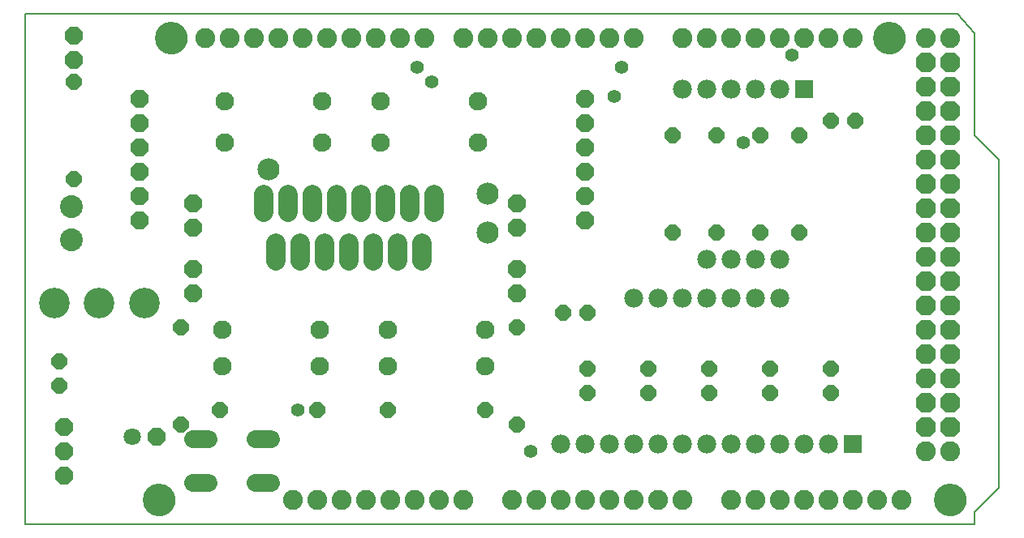
<source format=gbs>
G75*
%MOIN*%
%OFA0B0*%
%FSLAX25Y25*%
%IPPOS*%
%LPD*%
%AMOC8*
5,1,8,0,0,1.08239X$1,22.5*
%
%ADD10C,0.09400*%
%ADD11C,0.07100*%
%ADD12OC8,0.07100*%
%ADD13OC8,0.06400*%
%ADD14C,0.07600*%
%ADD15C,0.07924*%
%ADD16OC8,0.07400*%
%ADD17R,0.07200X0.07200*%
%ADD18C,0.07800*%
%ADD19C,0.00800*%
%ADD20C,0.08200*%
%ADD21OC8,0.08200*%
%ADD22C,0.00000*%
%ADD23C,0.13398*%
%ADD24C,0.07200*%
%ADD25R,0.07800X0.07800*%
%ADD26OC8,0.07200*%
%ADD27C,0.12611*%
%ADD28C,0.05556*%
%ADD29C,0.09068*%
D10*
X0024000Y0123223D03*
X0024000Y0137003D03*
D11*
X0049000Y0042310D03*
D12*
X0059000Y0042310D03*
D13*
X0069000Y0047310D03*
X0085000Y0053310D03*
X0125000Y0053310D03*
X0154000Y0053310D03*
X0194000Y0053310D03*
X0207000Y0047310D03*
X0236000Y0060310D03*
X0236000Y0070310D03*
X0261000Y0070310D03*
X0261000Y0060310D03*
X0286000Y0060310D03*
X0286000Y0070310D03*
X0311000Y0070310D03*
X0311000Y0060310D03*
X0336000Y0060310D03*
X0336000Y0070310D03*
X0236000Y0093310D03*
X0226000Y0093310D03*
X0207000Y0087310D03*
X0271000Y0126310D03*
X0289000Y0126310D03*
X0307000Y0126310D03*
X0323000Y0126310D03*
X0323000Y0166310D03*
X0336000Y0172310D03*
X0346000Y0172310D03*
X0307000Y0166310D03*
X0289000Y0166310D03*
X0271000Y0166310D03*
X0069000Y0087310D03*
X0019000Y0073310D03*
X0019000Y0063310D03*
X0025000Y0148310D03*
X0025000Y0188310D03*
D14*
X0087000Y0180310D03*
X0087000Y0163310D03*
X0127000Y0163310D03*
X0151000Y0163310D03*
X0151000Y0180310D03*
X0127000Y0180310D03*
X0191000Y0180310D03*
X0191000Y0163310D03*
X0194000Y0086310D03*
X0194000Y0071310D03*
X0154000Y0071310D03*
X0126000Y0071310D03*
X0126000Y0086310D03*
X0154000Y0086310D03*
X0086000Y0086310D03*
X0086000Y0071310D03*
D15*
X0108000Y0114748D02*
X0108000Y0121872D01*
X0118000Y0121872D02*
X0118000Y0114748D01*
X0128000Y0114748D02*
X0128000Y0121872D01*
X0138000Y0121872D02*
X0138000Y0114748D01*
X0148000Y0114748D02*
X0148000Y0121872D01*
X0158000Y0121872D02*
X0158000Y0114748D01*
X0168000Y0114748D02*
X0168000Y0121872D01*
X0163000Y0134748D02*
X0163000Y0141872D01*
X0173000Y0141872D02*
X0173000Y0134748D01*
X0153000Y0134748D02*
X0153000Y0141872D01*
X0143000Y0141872D02*
X0143000Y0134748D01*
X0133000Y0134748D02*
X0133000Y0141872D01*
X0123000Y0141872D02*
X0123000Y0134748D01*
X0113000Y0134748D02*
X0113000Y0141872D01*
X0103000Y0141872D02*
X0103000Y0134748D01*
D16*
X0074000Y0138310D03*
X0074000Y0128310D03*
X0074000Y0111310D03*
X0074000Y0101310D03*
X0021000Y0046310D03*
X0021000Y0036310D03*
X0021000Y0026310D03*
X0207000Y0101310D03*
X0207000Y0111310D03*
X0207000Y0128310D03*
X0207000Y0138310D03*
X0025000Y0197310D03*
X0025000Y0207310D03*
D17*
X0325000Y0185310D03*
D18*
X0315000Y0185310D03*
X0305000Y0185310D03*
X0295000Y0185310D03*
X0285000Y0185310D03*
X0275000Y0185310D03*
X0285000Y0115310D03*
X0295000Y0115310D03*
X0305000Y0115310D03*
X0315000Y0115310D03*
X0315000Y0099310D03*
X0305000Y0099310D03*
X0295000Y0099310D03*
X0285000Y0099310D03*
X0275000Y0099310D03*
X0265000Y0099310D03*
X0255000Y0099310D03*
X0255000Y0039310D03*
X0245000Y0039310D03*
X0235000Y0039310D03*
X0225000Y0039310D03*
X0265000Y0039310D03*
X0275000Y0039310D03*
X0285000Y0039310D03*
X0295000Y0039310D03*
X0305000Y0039310D03*
X0315000Y0039310D03*
X0325000Y0039310D03*
X0335000Y0039310D03*
D19*
X0005000Y0006310D02*
X0005000Y0216310D01*
X0388000Y0216310D01*
X0395000Y0208310D01*
X0395000Y0166310D01*
X0405000Y0156310D01*
X0405000Y0021310D01*
X0395000Y0011310D01*
X0395000Y0006310D01*
X0005000Y0006310D01*
D20*
X0115000Y0016310D03*
X0125000Y0016310D03*
X0135000Y0016310D03*
X0145000Y0016310D03*
X0155000Y0016310D03*
X0165000Y0016310D03*
X0175000Y0016310D03*
X0185000Y0016310D03*
X0205000Y0016310D03*
X0215000Y0016310D03*
X0225000Y0016310D03*
X0235000Y0016310D03*
X0245000Y0016310D03*
X0255000Y0016310D03*
X0265000Y0016310D03*
X0275000Y0016310D03*
X0295000Y0016310D03*
X0305000Y0016310D03*
X0315000Y0016310D03*
X0325000Y0016310D03*
X0335000Y0016310D03*
X0345000Y0016310D03*
X0355000Y0016310D03*
X0365000Y0016310D03*
X0375000Y0036310D03*
X0385000Y0036310D03*
X0385000Y0206310D03*
X0375000Y0206310D03*
X0345000Y0206310D03*
X0335000Y0206310D03*
X0325000Y0206310D03*
X0315000Y0206310D03*
X0305000Y0206310D03*
X0295000Y0206310D03*
X0285000Y0206310D03*
X0275000Y0206310D03*
X0255000Y0206310D03*
X0245000Y0206310D03*
X0235000Y0206310D03*
X0225000Y0206310D03*
X0215000Y0206310D03*
X0205000Y0206310D03*
X0195000Y0206310D03*
X0185000Y0206310D03*
X0169000Y0206310D03*
X0159000Y0206310D03*
X0149000Y0206310D03*
X0139000Y0206310D03*
X0129000Y0206310D03*
X0119000Y0206310D03*
X0109000Y0206310D03*
X0099000Y0206310D03*
X0089000Y0206310D03*
X0079000Y0206310D03*
D21*
X0375000Y0196310D03*
X0385000Y0196310D03*
X0385000Y0186310D03*
X0375000Y0186310D03*
X0375000Y0176310D03*
X0385000Y0176310D03*
X0385000Y0166310D03*
X0375000Y0166310D03*
X0375000Y0156310D03*
X0385000Y0156310D03*
X0385000Y0146310D03*
X0375000Y0146310D03*
X0375000Y0136310D03*
X0385000Y0136310D03*
X0385000Y0126310D03*
X0375000Y0126310D03*
X0375000Y0116310D03*
X0385000Y0116310D03*
X0385000Y0106310D03*
X0375000Y0106310D03*
X0375000Y0096310D03*
X0385000Y0096310D03*
X0385000Y0086310D03*
X0375000Y0086310D03*
X0375000Y0076310D03*
X0385000Y0076310D03*
X0385000Y0066310D03*
X0375000Y0066310D03*
X0375000Y0056310D03*
X0385000Y0056310D03*
X0385000Y0046310D03*
X0375000Y0046310D03*
D22*
X0378701Y0016310D02*
X0378703Y0016468D01*
X0378709Y0016626D01*
X0378719Y0016784D01*
X0378733Y0016942D01*
X0378751Y0017099D01*
X0378772Y0017256D01*
X0378798Y0017412D01*
X0378828Y0017568D01*
X0378861Y0017723D01*
X0378899Y0017876D01*
X0378940Y0018029D01*
X0378985Y0018181D01*
X0379034Y0018332D01*
X0379087Y0018481D01*
X0379143Y0018629D01*
X0379203Y0018775D01*
X0379267Y0018920D01*
X0379335Y0019063D01*
X0379406Y0019205D01*
X0379480Y0019345D01*
X0379558Y0019482D01*
X0379640Y0019618D01*
X0379724Y0019752D01*
X0379813Y0019883D01*
X0379904Y0020012D01*
X0379999Y0020139D01*
X0380096Y0020264D01*
X0380197Y0020386D01*
X0380301Y0020505D01*
X0380408Y0020622D01*
X0380518Y0020736D01*
X0380631Y0020847D01*
X0380746Y0020956D01*
X0380864Y0021061D01*
X0380985Y0021163D01*
X0381108Y0021263D01*
X0381234Y0021359D01*
X0381362Y0021452D01*
X0381492Y0021542D01*
X0381625Y0021628D01*
X0381760Y0021712D01*
X0381896Y0021791D01*
X0382035Y0021868D01*
X0382176Y0021940D01*
X0382318Y0022010D01*
X0382462Y0022075D01*
X0382608Y0022137D01*
X0382755Y0022195D01*
X0382904Y0022250D01*
X0383054Y0022301D01*
X0383205Y0022348D01*
X0383357Y0022391D01*
X0383510Y0022430D01*
X0383665Y0022466D01*
X0383820Y0022497D01*
X0383976Y0022525D01*
X0384132Y0022549D01*
X0384289Y0022569D01*
X0384447Y0022585D01*
X0384604Y0022597D01*
X0384763Y0022605D01*
X0384921Y0022609D01*
X0385079Y0022609D01*
X0385237Y0022605D01*
X0385396Y0022597D01*
X0385553Y0022585D01*
X0385711Y0022569D01*
X0385868Y0022549D01*
X0386024Y0022525D01*
X0386180Y0022497D01*
X0386335Y0022466D01*
X0386490Y0022430D01*
X0386643Y0022391D01*
X0386795Y0022348D01*
X0386946Y0022301D01*
X0387096Y0022250D01*
X0387245Y0022195D01*
X0387392Y0022137D01*
X0387538Y0022075D01*
X0387682Y0022010D01*
X0387824Y0021940D01*
X0387965Y0021868D01*
X0388104Y0021791D01*
X0388240Y0021712D01*
X0388375Y0021628D01*
X0388508Y0021542D01*
X0388638Y0021452D01*
X0388766Y0021359D01*
X0388892Y0021263D01*
X0389015Y0021163D01*
X0389136Y0021061D01*
X0389254Y0020956D01*
X0389369Y0020847D01*
X0389482Y0020736D01*
X0389592Y0020622D01*
X0389699Y0020505D01*
X0389803Y0020386D01*
X0389904Y0020264D01*
X0390001Y0020139D01*
X0390096Y0020012D01*
X0390187Y0019883D01*
X0390276Y0019752D01*
X0390360Y0019618D01*
X0390442Y0019482D01*
X0390520Y0019345D01*
X0390594Y0019205D01*
X0390665Y0019063D01*
X0390733Y0018920D01*
X0390797Y0018775D01*
X0390857Y0018629D01*
X0390913Y0018481D01*
X0390966Y0018332D01*
X0391015Y0018181D01*
X0391060Y0018029D01*
X0391101Y0017876D01*
X0391139Y0017723D01*
X0391172Y0017568D01*
X0391202Y0017412D01*
X0391228Y0017256D01*
X0391249Y0017099D01*
X0391267Y0016942D01*
X0391281Y0016784D01*
X0391291Y0016626D01*
X0391297Y0016468D01*
X0391299Y0016310D01*
X0391297Y0016152D01*
X0391291Y0015994D01*
X0391281Y0015836D01*
X0391267Y0015678D01*
X0391249Y0015521D01*
X0391228Y0015364D01*
X0391202Y0015208D01*
X0391172Y0015052D01*
X0391139Y0014897D01*
X0391101Y0014744D01*
X0391060Y0014591D01*
X0391015Y0014439D01*
X0390966Y0014288D01*
X0390913Y0014139D01*
X0390857Y0013991D01*
X0390797Y0013845D01*
X0390733Y0013700D01*
X0390665Y0013557D01*
X0390594Y0013415D01*
X0390520Y0013275D01*
X0390442Y0013138D01*
X0390360Y0013002D01*
X0390276Y0012868D01*
X0390187Y0012737D01*
X0390096Y0012608D01*
X0390001Y0012481D01*
X0389904Y0012356D01*
X0389803Y0012234D01*
X0389699Y0012115D01*
X0389592Y0011998D01*
X0389482Y0011884D01*
X0389369Y0011773D01*
X0389254Y0011664D01*
X0389136Y0011559D01*
X0389015Y0011457D01*
X0388892Y0011357D01*
X0388766Y0011261D01*
X0388638Y0011168D01*
X0388508Y0011078D01*
X0388375Y0010992D01*
X0388240Y0010908D01*
X0388104Y0010829D01*
X0387965Y0010752D01*
X0387824Y0010680D01*
X0387682Y0010610D01*
X0387538Y0010545D01*
X0387392Y0010483D01*
X0387245Y0010425D01*
X0387096Y0010370D01*
X0386946Y0010319D01*
X0386795Y0010272D01*
X0386643Y0010229D01*
X0386490Y0010190D01*
X0386335Y0010154D01*
X0386180Y0010123D01*
X0386024Y0010095D01*
X0385868Y0010071D01*
X0385711Y0010051D01*
X0385553Y0010035D01*
X0385396Y0010023D01*
X0385237Y0010015D01*
X0385079Y0010011D01*
X0384921Y0010011D01*
X0384763Y0010015D01*
X0384604Y0010023D01*
X0384447Y0010035D01*
X0384289Y0010051D01*
X0384132Y0010071D01*
X0383976Y0010095D01*
X0383820Y0010123D01*
X0383665Y0010154D01*
X0383510Y0010190D01*
X0383357Y0010229D01*
X0383205Y0010272D01*
X0383054Y0010319D01*
X0382904Y0010370D01*
X0382755Y0010425D01*
X0382608Y0010483D01*
X0382462Y0010545D01*
X0382318Y0010610D01*
X0382176Y0010680D01*
X0382035Y0010752D01*
X0381896Y0010829D01*
X0381760Y0010908D01*
X0381625Y0010992D01*
X0381492Y0011078D01*
X0381362Y0011168D01*
X0381234Y0011261D01*
X0381108Y0011357D01*
X0380985Y0011457D01*
X0380864Y0011559D01*
X0380746Y0011664D01*
X0380631Y0011773D01*
X0380518Y0011884D01*
X0380408Y0011998D01*
X0380301Y0012115D01*
X0380197Y0012234D01*
X0380096Y0012356D01*
X0379999Y0012481D01*
X0379904Y0012608D01*
X0379813Y0012737D01*
X0379724Y0012868D01*
X0379640Y0013002D01*
X0379558Y0013138D01*
X0379480Y0013275D01*
X0379406Y0013415D01*
X0379335Y0013557D01*
X0379267Y0013700D01*
X0379203Y0013845D01*
X0379143Y0013991D01*
X0379087Y0014139D01*
X0379034Y0014288D01*
X0378985Y0014439D01*
X0378940Y0014591D01*
X0378899Y0014744D01*
X0378861Y0014897D01*
X0378828Y0015052D01*
X0378798Y0015208D01*
X0378772Y0015364D01*
X0378751Y0015521D01*
X0378733Y0015678D01*
X0378719Y0015836D01*
X0378709Y0015994D01*
X0378703Y0016152D01*
X0378701Y0016310D01*
X0053701Y0016310D02*
X0053703Y0016468D01*
X0053709Y0016626D01*
X0053719Y0016784D01*
X0053733Y0016942D01*
X0053751Y0017099D01*
X0053772Y0017256D01*
X0053798Y0017412D01*
X0053828Y0017568D01*
X0053861Y0017723D01*
X0053899Y0017876D01*
X0053940Y0018029D01*
X0053985Y0018181D01*
X0054034Y0018332D01*
X0054087Y0018481D01*
X0054143Y0018629D01*
X0054203Y0018775D01*
X0054267Y0018920D01*
X0054335Y0019063D01*
X0054406Y0019205D01*
X0054480Y0019345D01*
X0054558Y0019482D01*
X0054640Y0019618D01*
X0054724Y0019752D01*
X0054813Y0019883D01*
X0054904Y0020012D01*
X0054999Y0020139D01*
X0055096Y0020264D01*
X0055197Y0020386D01*
X0055301Y0020505D01*
X0055408Y0020622D01*
X0055518Y0020736D01*
X0055631Y0020847D01*
X0055746Y0020956D01*
X0055864Y0021061D01*
X0055985Y0021163D01*
X0056108Y0021263D01*
X0056234Y0021359D01*
X0056362Y0021452D01*
X0056492Y0021542D01*
X0056625Y0021628D01*
X0056760Y0021712D01*
X0056896Y0021791D01*
X0057035Y0021868D01*
X0057176Y0021940D01*
X0057318Y0022010D01*
X0057462Y0022075D01*
X0057608Y0022137D01*
X0057755Y0022195D01*
X0057904Y0022250D01*
X0058054Y0022301D01*
X0058205Y0022348D01*
X0058357Y0022391D01*
X0058510Y0022430D01*
X0058665Y0022466D01*
X0058820Y0022497D01*
X0058976Y0022525D01*
X0059132Y0022549D01*
X0059289Y0022569D01*
X0059447Y0022585D01*
X0059604Y0022597D01*
X0059763Y0022605D01*
X0059921Y0022609D01*
X0060079Y0022609D01*
X0060237Y0022605D01*
X0060396Y0022597D01*
X0060553Y0022585D01*
X0060711Y0022569D01*
X0060868Y0022549D01*
X0061024Y0022525D01*
X0061180Y0022497D01*
X0061335Y0022466D01*
X0061490Y0022430D01*
X0061643Y0022391D01*
X0061795Y0022348D01*
X0061946Y0022301D01*
X0062096Y0022250D01*
X0062245Y0022195D01*
X0062392Y0022137D01*
X0062538Y0022075D01*
X0062682Y0022010D01*
X0062824Y0021940D01*
X0062965Y0021868D01*
X0063104Y0021791D01*
X0063240Y0021712D01*
X0063375Y0021628D01*
X0063508Y0021542D01*
X0063638Y0021452D01*
X0063766Y0021359D01*
X0063892Y0021263D01*
X0064015Y0021163D01*
X0064136Y0021061D01*
X0064254Y0020956D01*
X0064369Y0020847D01*
X0064482Y0020736D01*
X0064592Y0020622D01*
X0064699Y0020505D01*
X0064803Y0020386D01*
X0064904Y0020264D01*
X0065001Y0020139D01*
X0065096Y0020012D01*
X0065187Y0019883D01*
X0065276Y0019752D01*
X0065360Y0019618D01*
X0065442Y0019482D01*
X0065520Y0019345D01*
X0065594Y0019205D01*
X0065665Y0019063D01*
X0065733Y0018920D01*
X0065797Y0018775D01*
X0065857Y0018629D01*
X0065913Y0018481D01*
X0065966Y0018332D01*
X0066015Y0018181D01*
X0066060Y0018029D01*
X0066101Y0017876D01*
X0066139Y0017723D01*
X0066172Y0017568D01*
X0066202Y0017412D01*
X0066228Y0017256D01*
X0066249Y0017099D01*
X0066267Y0016942D01*
X0066281Y0016784D01*
X0066291Y0016626D01*
X0066297Y0016468D01*
X0066299Y0016310D01*
X0066297Y0016152D01*
X0066291Y0015994D01*
X0066281Y0015836D01*
X0066267Y0015678D01*
X0066249Y0015521D01*
X0066228Y0015364D01*
X0066202Y0015208D01*
X0066172Y0015052D01*
X0066139Y0014897D01*
X0066101Y0014744D01*
X0066060Y0014591D01*
X0066015Y0014439D01*
X0065966Y0014288D01*
X0065913Y0014139D01*
X0065857Y0013991D01*
X0065797Y0013845D01*
X0065733Y0013700D01*
X0065665Y0013557D01*
X0065594Y0013415D01*
X0065520Y0013275D01*
X0065442Y0013138D01*
X0065360Y0013002D01*
X0065276Y0012868D01*
X0065187Y0012737D01*
X0065096Y0012608D01*
X0065001Y0012481D01*
X0064904Y0012356D01*
X0064803Y0012234D01*
X0064699Y0012115D01*
X0064592Y0011998D01*
X0064482Y0011884D01*
X0064369Y0011773D01*
X0064254Y0011664D01*
X0064136Y0011559D01*
X0064015Y0011457D01*
X0063892Y0011357D01*
X0063766Y0011261D01*
X0063638Y0011168D01*
X0063508Y0011078D01*
X0063375Y0010992D01*
X0063240Y0010908D01*
X0063104Y0010829D01*
X0062965Y0010752D01*
X0062824Y0010680D01*
X0062682Y0010610D01*
X0062538Y0010545D01*
X0062392Y0010483D01*
X0062245Y0010425D01*
X0062096Y0010370D01*
X0061946Y0010319D01*
X0061795Y0010272D01*
X0061643Y0010229D01*
X0061490Y0010190D01*
X0061335Y0010154D01*
X0061180Y0010123D01*
X0061024Y0010095D01*
X0060868Y0010071D01*
X0060711Y0010051D01*
X0060553Y0010035D01*
X0060396Y0010023D01*
X0060237Y0010015D01*
X0060079Y0010011D01*
X0059921Y0010011D01*
X0059763Y0010015D01*
X0059604Y0010023D01*
X0059447Y0010035D01*
X0059289Y0010051D01*
X0059132Y0010071D01*
X0058976Y0010095D01*
X0058820Y0010123D01*
X0058665Y0010154D01*
X0058510Y0010190D01*
X0058357Y0010229D01*
X0058205Y0010272D01*
X0058054Y0010319D01*
X0057904Y0010370D01*
X0057755Y0010425D01*
X0057608Y0010483D01*
X0057462Y0010545D01*
X0057318Y0010610D01*
X0057176Y0010680D01*
X0057035Y0010752D01*
X0056896Y0010829D01*
X0056760Y0010908D01*
X0056625Y0010992D01*
X0056492Y0011078D01*
X0056362Y0011168D01*
X0056234Y0011261D01*
X0056108Y0011357D01*
X0055985Y0011457D01*
X0055864Y0011559D01*
X0055746Y0011664D01*
X0055631Y0011773D01*
X0055518Y0011884D01*
X0055408Y0011998D01*
X0055301Y0012115D01*
X0055197Y0012234D01*
X0055096Y0012356D01*
X0054999Y0012481D01*
X0054904Y0012608D01*
X0054813Y0012737D01*
X0054724Y0012868D01*
X0054640Y0013002D01*
X0054558Y0013138D01*
X0054480Y0013275D01*
X0054406Y0013415D01*
X0054335Y0013557D01*
X0054267Y0013700D01*
X0054203Y0013845D01*
X0054143Y0013991D01*
X0054087Y0014139D01*
X0054034Y0014288D01*
X0053985Y0014439D01*
X0053940Y0014591D01*
X0053899Y0014744D01*
X0053861Y0014897D01*
X0053828Y0015052D01*
X0053798Y0015208D01*
X0053772Y0015364D01*
X0053751Y0015521D01*
X0053733Y0015678D01*
X0053719Y0015836D01*
X0053709Y0015994D01*
X0053703Y0016152D01*
X0053701Y0016310D01*
X0058701Y0206310D02*
X0058703Y0206468D01*
X0058709Y0206626D01*
X0058719Y0206784D01*
X0058733Y0206942D01*
X0058751Y0207099D01*
X0058772Y0207256D01*
X0058798Y0207412D01*
X0058828Y0207568D01*
X0058861Y0207723D01*
X0058899Y0207876D01*
X0058940Y0208029D01*
X0058985Y0208181D01*
X0059034Y0208332D01*
X0059087Y0208481D01*
X0059143Y0208629D01*
X0059203Y0208775D01*
X0059267Y0208920D01*
X0059335Y0209063D01*
X0059406Y0209205D01*
X0059480Y0209345D01*
X0059558Y0209482D01*
X0059640Y0209618D01*
X0059724Y0209752D01*
X0059813Y0209883D01*
X0059904Y0210012D01*
X0059999Y0210139D01*
X0060096Y0210264D01*
X0060197Y0210386D01*
X0060301Y0210505D01*
X0060408Y0210622D01*
X0060518Y0210736D01*
X0060631Y0210847D01*
X0060746Y0210956D01*
X0060864Y0211061D01*
X0060985Y0211163D01*
X0061108Y0211263D01*
X0061234Y0211359D01*
X0061362Y0211452D01*
X0061492Y0211542D01*
X0061625Y0211628D01*
X0061760Y0211712D01*
X0061896Y0211791D01*
X0062035Y0211868D01*
X0062176Y0211940D01*
X0062318Y0212010D01*
X0062462Y0212075D01*
X0062608Y0212137D01*
X0062755Y0212195D01*
X0062904Y0212250D01*
X0063054Y0212301D01*
X0063205Y0212348D01*
X0063357Y0212391D01*
X0063510Y0212430D01*
X0063665Y0212466D01*
X0063820Y0212497D01*
X0063976Y0212525D01*
X0064132Y0212549D01*
X0064289Y0212569D01*
X0064447Y0212585D01*
X0064604Y0212597D01*
X0064763Y0212605D01*
X0064921Y0212609D01*
X0065079Y0212609D01*
X0065237Y0212605D01*
X0065396Y0212597D01*
X0065553Y0212585D01*
X0065711Y0212569D01*
X0065868Y0212549D01*
X0066024Y0212525D01*
X0066180Y0212497D01*
X0066335Y0212466D01*
X0066490Y0212430D01*
X0066643Y0212391D01*
X0066795Y0212348D01*
X0066946Y0212301D01*
X0067096Y0212250D01*
X0067245Y0212195D01*
X0067392Y0212137D01*
X0067538Y0212075D01*
X0067682Y0212010D01*
X0067824Y0211940D01*
X0067965Y0211868D01*
X0068104Y0211791D01*
X0068240Y0211712D01*
X0068375Y0211628D01*
X0068508Y0211542D01*
X0068638Y0211452D01*
X0068766Y0211359D01*
X0068892Y0211263D01*
X0069015Y0211163D01*
X0069136Y0211061D01*
X0069254Y0210956D01*
X0069369Y0210847D01*
X0069482Y0210736D01*
X0069592Y0210622D01*
X0069699Y0210505D01*
X0069803Y0210386D01*
X0069904Y0210264D01*
X0070001Y0210139D01*
X0070096Y0210012D01*
X0070187Y0209883D01*
X0070276Y0209752D01*
X0070360Y0209618D01*
X0070442Y0209482D01*
X0070520Y0209345D01*
X0070594Y0209205D01*
X0070665Y0209063D01*
X0070733Y0208920D01*
X0070797Y0208775D01*
X0070857Y0208629D01*
X0070913Y0208481D01*
X0070966Y0208332D01*
X0071015Y0208181D01*
X0071060Y0208029D01*
X0071101Y0207876D01*
X0071139Y0207723D01*
X0071172Y0207568D01*
X0071202Y0207412D01*
X0071228Y0207256D01*
X0071249Y0207099D01*
X0071267Y0206942D01*
X0071281Y0206784D01*
X0071291Y0206626D01*
X0071297Y0206468D01*
X0071299Y0206310D01*
X0071297Y0206152D01*
X0071291Y0205994D01*
X0071281Y0205836D01*
X0071267Y0205678D01*
X0071249Y0205521D01*
X0071228Y0205364D01*
X0071202Y0205208D01*
X0071172Y0205052D01*
X0071139Y0204897D01*
X0071101Y0204744D01*
X0071060Y0204591D01*
X0071015Y0204439D01*
X0070966Y0204288D01*
X0070913Y0204139D01*
X0070857Y0203991D01*
X0070797Y0203845D01*
X0070733Y0203700D01*
X0070665Y0203557D01*
X0070594Y0203415D01*
X0070520Y0203275D01*
X0070442Y0203138D01*
X0070360Y0203002D01*
X0070276Y0202868D01*
X0070187Y0202737D01*
X0070096Y0202608D01*
X0070001Y0202481D01*
X0069904Y0202356D01*
X0069803Y0202234D01*
X0069699Y0202115D01*
X0069592Y0201998D01*
X0069482Y0201884D01*
X0069369Y0201773D01*
X0069254Y0201664D01*
X0069136Y0201559D01*
X0069015Y0201457D01*
X0068892Y0201357D01*
X0068766Y0201261D01*
X0068638Y0201168D01*
X0068508Y0201078D01*
X0068375Y0200992D01*
X0068240Y0200908D01*
X0068104Y0200829D01*
X0067965Y0200752D01*
X0067824Y0200680D01*
X0067682Y0200610D01*
X0067538Y0200545D01*
X0067392Y0200483D01*
X0067245Y0200425D01*
X0067096Y0200370D01*
X0066946Y0200319D01*
X0066795Y0200272D01*
X0066643Y0200229D01*
X0066490Y0200190D01*
X0066335Y0200154D01*
X0066180Y0200123D01*
X0066024Y0200095D01*
X0065868Y0200071D01*
X0065711Y0200051D01*
X0065553Y0200035D01*
X0065396Y0200023D01*
X0065237Y0200015D01*
X0065079Y0200011D01*
X0064921Y0200011D01*
X0064763Y0200015D01*
X0064604Y0200023D01*
X0064447Y0200035D01*
X0064289Y0200051D01*
X0064132Y0200071D01*
X0063976Y0200095D01*
X0063820Y0200123D01*
X0063665Y0200154D01*
X0063510Y0200190D01*
X0063357Y0200229D01*
X0063205Y0200272D01*
X0063054Y0200319D01*
X0062904Y0200370D01*
X0062755Y0200425D01*
X0062608Y0200483D01*
X0062462Y0200545D01*
X0062318Y0200610D01*
X0062176Y0200680D01*
X0062035Y0200752D01*
X0061896Y0200829D01*
X0061760Y0200908D01*
X0061625Y0200992D01*
X0061492Y0201078D01*
X0061362Y0201168D01*
X0061234Y0201261D01*
X0061108Y0201357D01*
X0060985Y0201457D01*
X0060864Y0201559D01*
X0060746Y0201664D01*
X0060631Y0201773D01*
X0060518Y0201884D01*
X0060408Y0201998D01*
X0060301Y0202115D01*
X0060197Y0202234D01*
X0060096Y0202356D01*
X0059999Y0202481D01*
X0059904Y0202608D01*
X0059813Y0202737D01*
X0059724Y0202868D01*
X0059640Y0203002D01*
X0059558Y0203138D01*
X0059480Y0203275D01*
X0059406Y0203415D01*
X0059335Y0203557D01*
X0059267Y0203700D01*
X0059203Y0203845D01*
X0059143Y0203991D01*
X0059087Y0204139D01*
X0059034Y0204288D01*
X0058985Y0204439D01*
X0058940Y0204591D01*
X0058899Y0204744D01*
X0058861Y0204897D01*
X0058828Y0205052D01*
X0058798Y0205208D01*
X0058772Y0205364D01*
X0058751Y0205521D01*
X0058733Y0205678D01*
X0058719Y0205836D01*
X0058709Y0205994D01*
X0058703Y0206152D01*
X0058701Y0206310D01*
X0353701Y0206310D02*
X0353703Y0206468D01*
X0353709Y0206626D01*
X0353719Y0206784D01*
X0353733Y0206942D01*
X0353751Y0207099D01*
X0353772Y0207256D01*
X0353798Y0207412D01*
X0353828Y0207568D01*
X0353861Y0207723D01*
X0353899Y0207876D01*
X0353940Y0208029D01*
X0353985Y0208181D01*
X0354034Y0208332D01*
X0354087Y0208481D01*
X0354143Y0208629D01*
X0354203Y0208775D01*
X0354267Y0208920D01*
X0354335Y0209063D01*
X0354406Y0209205D01*
X0354480Y0209345D01*
X0354558Y0209482D01*
X0354640Y0209618D01*
X0354724Y0209752D01*
X0354813Y0209883D01*
X0354904Y0210012D01*
X0354999Y0210139D01*
X0355096Y0210264D01*
X0355197Y0210386D01*
X0355301Y0210505D01*
X0355408Y0210622D01*
X0355518Y0210736D01*
X0355631Y0210847D01*
X0355746Y0210956D01*
X0355864Y0211061D01*
X0355985Y0211163D01*
X0356108Y0211263D01*
X0356234Y0211359D01*
X0356362Y0211452D01*
X0356492Y0211542D01*
X0356625Y0211628D01*
X0356760Y0211712D01*
X0356896Y0211791D01*
X0357035Y0211868D01*
X0357176Y0211940D01*
X0357318Y0212010D01*
X0357462Y0212075D01*
X0357608Y0212137D01*
X0357755Y0212195D01*
X0357904Y0212250D01*
X0358054Y0212301D01*
X0358205Y0212348D01*
X0358357Y0212391D01*
X0358510Y0212430D01*
X0358665Y0212466D01*
X0358820Y0212497D01*
X0358976Y0212525D01*
X0359132Y0212549D01*
X0359289Y0212569D01*
X0359447Y0212585D01*
X0359604Y0212597D01*
X0359763Y0212605D01*
X0359921Y0212609D01*
X0360079Y0212609D01*
X0360237Y0212605D01*
X0360396Y0212597D01*
X0360553Y0212585D01*
X0360711Y0212569D01*
X0360868Y0212549D01*
X0361024Y0212525D01*
X0361180Y0212497D01*
X0361335Y0212466D01*
X0361490Y0212430D01*
X0361643Y0212391D01*
X0361795Y0212348D01*
X0361946Y0212301D01*
X0362096Y0212250D01*
X0362245Y0212195D01*
X0362392Y0212137D01*
X0362538Y0212075D01*
X0362682Y0212010D01*
X0362824Y0211940D01*
X0362965Y0211868D01*
X0363104Y0211791D01*
X0363240Y0211712D01*
X0363375Y0211628D01*
X0363508Y0211542D01*
X0363638Y0211452D01*
X0363766Y0211359D01*
X0363892Y0211263D01*
X0364015Y0211163D01*
X0364136Y0211061D01*
X0364254Y0210956D01*
X0364369Y0210847D01*
X0364482Y0210736D01*
X0364592Y0210622D01*
X0364699Y0210505D01*
X0364803Y0210386D01*
X0364904Y0210264D01*
X0365001Y0210139D01*
X0365096Y0210012D01*
X0365187Y0209883D01*
X0365276Y0209752D01*
X0365360Y0209618D01*
X0365442Y0209482D01*
X0365520Y0209345D01*
X0365594Y0209205D01*
X0365665Y0209063D01*
X0365733Y0208920D01*
X0365797Y0208775D01*
X0365857Y0208629D01*
X0365913Y0208481D01*
X0365966Y0208332D01*
X0366015Y0208181D01*
X0366060Y0208029D01*
X0366101Y0207876D01*
X0366139Y0207723D01*
X0366172Y0207568D01*
X0366202Y0207412D01*
X0366228Y0207256D01*
X0366249Y0207099D01*
X0366267Y0206942D01*
X0366281Y0206784D01*
X0366291Y0206626D01*
X0366297Y0206468D01*
X0366299Y0206310D01*
X0366297Y0206152D01*
X0366291Y0205994D01*
X0366281Y0205836D01*
X0366267Y0205678D01*
X0366249Y0205521D01*
X0366228Y0205364D01*
X0366202Y0205208D01*
X0366172Y0205052D01*
X0366139Y0204897D01*
X0366101Y0204744D01*
X0366060Y0204591D01*
X0366015Y0204439D01*
X0365966Y0204288D01*
X0365913Y0204139D01*
X0365857Y0203991D01*
X0365797Y0203845D01*
X0365733Y0203700D01*
X0365665Y0203557D01*
X0365594Y0203415D01*
X0365520Y0203275D01*
X0365442Y0203138D01*
X0365360Y0203002D01*
X0365276Y0202868D01*
X0365187Y0202737D01*
X0365096Y0202608D01*
X0365001Y0202481D01*
X0364904Y0202356D01*
X0364803Y0202234D01*
X0364699Y0202115D01*
X0364592Y0201998D01*
X0364482Y0201884D01*
X0364369Y0201773D01*
X0364254Y0201664D01*
X0364136Y0201559D01*
X0364015Y0201457D01*
X0363892Y0201357D01*
X0363766Y0201261D01*
X0363638Y0201168D01*
X0363508Y0201078D01*
X0363375Y0200992D01*
X0363240Y0200908D01*
X0363104Y0200829D01*
X0362965Y0200752D01*
X0362824Y0200680D01*
X0362682Y0200610D01*
X0362538Y0200545D01*
X0362392Y0200483D01*
X0362245Y0200425D01*
X0362096Y0200370D01*
X0361946Y0200319D01*
X0361795Y0200272D01*
X0361643Y0200229D01*
X0361490Y0200190D01*
X0361335Y0200154D01*
X0361180Y0200123D01*
X0361024Y0200095D01*
X0360868Y0200071D01*
X0360711Y0200051D01*
X0360553Y0200035D01*
X0360396Y0200023D01*
X0360237Y0200015D01*
X0360079Y0200011D01*
X0359921Y0200011D01*
X0359763Y0200015D01*
X0359604Y0200023D01*
X0359447Y0200035D01*
X0359289Y0200051D01*
X0359132Y0200071D01*
X0358976Y0200095D01*
X0358820Y0200123D01*
X0358665Y0200154D01*
X0358510Y0200190D01*
X0358357Y0200229D01*
X0358205Y0200272D01*
X0358054Y0200319D01*
X0357904Y0200370D01*
X0357755Y0200425D01*
X0357608Y0200483D01*
X0357462Y0200545D01*
X0357318Y0200610D01*
X0357176Y0200680D01*
X0357035Y0200752D01*
X0356896Y0200829D01*
X0356760Y0200908D01*
X0356625Y0200992D01*
X0356492Y0201078D01*
X0356362Y0201168D01*
X0356234Y0201261D01*
X0356108Y0201357D01*
X0355985Y0201457D01*
X0355864Y0201559D01*
X0355746Y0201664D01*
X0355631Y0201773D01*
X0355518Y0201884D01*
X0355408Y0201998D01*
X0355301Y0202115D01*
X0355197Y0202234D01*
X0355096Y0202356D01*
X0354999Y0202481D01*
X0354904Y0202608D01*
X0354813Y0202737D01*
X0354724Y0202868D01*
X0354640Y0203002D01*
X0354558Y0203138D01*
X0354480Y0203275D01*
X0354406Y0203415D01*
X0354335Y0203557D01*
X0354267Y0203700D01*
X0354203Y0203845D01*
X0354143Y0203991D01*
X0354087Y0204139D01*
X0354034Y0204288D01*
X0353985Y0204439D01*
X0353940Y0204591D01*
X0353899Y0204744D01*
X0353861Y0204897D01*
X0353828Y0205052D01*
X0353798Y0205208D01*
X0353772Y0205364D01*
X0353751Y0205521D01*
X0353733Y0205678D01*
X0353719Y0205836D01*
X0353709Y0205994D01*
X0353703Y0206152D01*
X0353701Y0206310D01*
D23*
X0360000Y0206310D03*
X0065000Y0206310D03*
X0060000Y0016310D03*
X0385000Y0016310D03*
D24*
X0106000Y0023410D02*
X0099600Y0023410D01*
X0080400Y0023410D02*
X0074000Y0023410D01*
X0074000Y0041210D02*
X0080400Y0041210D01*
X0099600Y0041210D02*
X0106000Y0041210D01*
D25*
X0345000Y0039310D03*
D26*
X0235000Y0131310D03*
X0235000Y0141310D03*
X0235000Y0151310D03*
X0235000Y0161310D03*
X0235000Y0171310D03*
X0235000Y0181310D03*
X0052000Y0181310D03*
X0052000Y0171310D03*
X0052000Y0161310D03*
X0052000Y0151310D03*
X0052000Y0141310D03*
X0052000Y0131310D03*
D27*
X0053780Y0097302D03*
X0035276Y0097302D03*
X0016772Y0097302D03*
D28*
X0117000Y0053310D03*
X0212600Y0036310D03*
X0300000Y0163310D03*
X0247000Y0182310D03*
X0250000Y0194310D03*
X0320000Y0199310D03*
X0172000Y0188310D03*
X0166000Y0194310D03*
D29*
X0105000Y0152310D03*
X0195000Y0142310D03*
X0195000Y0126310D03*
M02*

</source>
